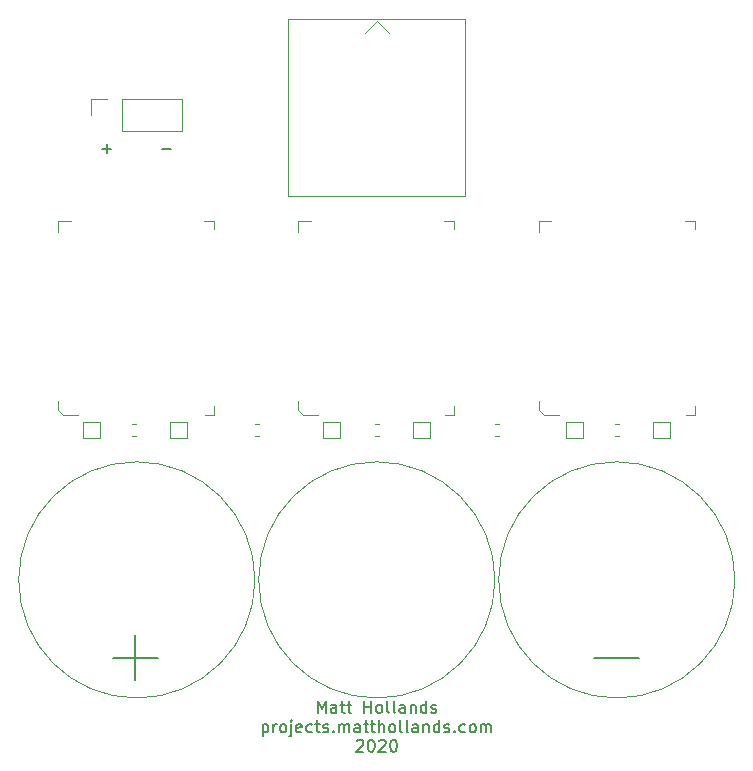
<source format=gbr>
G04 #@! TF.GenerationSoftware,KiCad,Pcbnew,(5.1.5-0-10_14)*
G04 #@! TF.CreationDate,2020-03-13T23:12:58-07:00*
G04 #@! TF.ProjectId,SigGenAdapter,53696747-656e-4416-9461-707465722e6b,rev?*
G04 #@! TF.SameCoordinates,Original*
G04 #@! TF.FileFunction,Legend,Top*
G04 #@! TF.FilePolarity,Positive*
%FSLAX46Y46*%
G04 Gerber Fmt 4.6, Leading zero omitted, Abs format (unit mm)*
G04 Created by KiCad (PCBNEW (5.1.5-0-10_14)) date 2020-03-13 23:12:58*
%MOMM*%
%LPD*%
G04 APERTURE LIST*
%ADD10C,0.150000*%
%ADD11C,0.120000*%
%ADD12C,0.100000*%
G04 APERTURE END LIST*
D10*
X92282000Y-113102380D02*
X92282000Y-112102380D01*
X92615333Y-112816666D01*
X92948666Y-112102380D01*
X92948666Y-113102380D01*
X93853428Y-113102380D02*
X93853428Y-112578571D01*
X93805809Y-112483333D01*
X93710571Y-112435714D01*
X93520095Y-112435714D01*
X93424857Y-112483333D01*
X93853428Y-113054761D02*
X93758190Y-113102380D01*
X93520095Y-113102380D01*
X93424857Y-113054761D01*
X93377238Y-112959523D01*
X93377238Y-112864285D01*
X93424857Y-112769047D01*
X93520095Y-112721428D01*
X93758190Y-112721428D01*
X93853428Y-112673809D01*
X94186761Y-112435714D02*
X94567714Y-112435714D01*
X94329619Y-112102380D02*
X94329619Y-112959523D01*
X94377238Y-113054761D01*
X94472476Y-113102380D01*
X94567714Y-113102380D01*
X94758190Y-112435714D02*
X95139142Y-112435714D01*
X94901047Y-112102380D02*
X94901047Y-112959523D01*
X94948666Y-113054761D01*
X95043904Y-113102380D01*
X95139142Y-113102380D01*
X96234380Y-113102380D02*
X96234380Y-112102380D01*
X96234380Y-112578571D02*
X96805809Y-112578571D01*
X96805809Y-113102380D02*
X96805809Y-112102380D01*
X97424857Y-113102380D02*
X97329619Y-113054761D01*
X97282000Y-113007142D01*
X97234380Y-112911904D01*
X97234380Y-112626190D01*
X97282000Y-112530952D01*
X97329619Y-112483333D01*
X97424857Y-112435714D01*
X97567714Y-112435714D01*
X97662952Y-112483333D01*
X97710571Y-112530952D01*
X97758190Y-112626190D01*
X97758190Y-112911904D01*
X97710571Y-113007142D01*
X97662952Y-113054761D01*
X97567714Y-113102380D01*
X97424857Y-113102380D01*
X98329619Y-113102380D02*
X98234380Y-113054761D01*
X98186761Y-112959523D01*
X98186761Y-112102380D01*
X98853428Y-113102380D02*
X98758190Y-113054761D01*
X98710571Y-112959523D01*
X98710571Y-112102380D01*
X99662952Y-113102380D02*
X99662952Y-112578571D01*
X99615333Y-112483333D01*
X99520095Y-112435714D01*
X99329619Y-112435714D01*
X99234380Y-112483333D01*
X99662952Y-113054761D02*
X99567714Y-113102380D01*
X99329619Y-113102380D01*
X99234380Y-113054761D01*
X99186761Y-112959523D01*
X99186761Y-112864285D01*
X99234380Y-112769047D01*
X99329619Y-112721428D01*
X99567714Y-112721428D01*
X99662952Y-112673809D01*
X100139142Y-112435714D02*
X100139142Y-113102380D01*
X100139142Y-112530952D02*
X100186761Y-112483333D01*
X100282000Y-112435714D01*
X100424857Y-112435714D01*
X100520095Y-112483333D01*
X100567714Y-112578571D01*
X100567714Y-113102380D01*
X101472476Y-113102380D02*
X101472476Y-112102380D01*
X101472476Y-113054761D02*
X101377238Y-113102380D01*
X101186761Y-113102380D01*
X101091523Y-113054761D01*
X101043904Y-113007142D01*
X100996285Y-112911904D01*
X100996285Y-112626190D01*
X101043904Y-112530952D01*
X101091523Y-112483333D01*
X101186761Y-112435714D01*
X101377238Y-112435714D01*
X101472476Y-112483333D01*
X101901047Y-113054761D02*
X101996285Y-113102380D01*
X102186761Y-113102380D01*
X102282000Y-113054761D01*
X102329619Y-112959523D01*
X102329619Y-112911904D01*
X102282000Y-112816666D01*
X102186761Y-112769047D01*
X102043904Y-112769047D01*
X101948666Y-112721428D01*
X101901047Y-112626190D01*
X101901047Y-112578571D01*
X101948666Y-112483333D01*
X102043904Y-112435714D01*
X102186761Y-112435714D01*
X102282000Y-112483333D01*
X87615333Y-114085714D02*
X87615333Y-115085714D01*
X87615333Y-114133333D02*
X87710571Y-114085714D01*
X87901047Y-114085714D01*
X87996285Y-114133333D01*
X88043904Y-114180952D01*
X88091523Y-114276190D01*
X88091523Y-114561904D01*
X88043904Y-114657142D01*
X87996285Y-114704761D01*
X87901047Y-114752380D01*
X87710571Y-114752380D01*
X87615333Y-114704761D01*
X88520095Y-114752380D02*
X88520095Y-114085714D01*
X88520095Y-114276190D02*
X88567714Y-114180952D01*
X88615333Y-114133333D01*
X88710571Y-114085714D01*
X88805809Y-114085714D01*
X89282000Y-114752380D02*
X89186761Y-114704761D01*
X89139142Y-114657142D01*
X89091523Y-114561904D01*
X89091523Y-114276190D01*
X89139142Y-114180952D01*
X89186761Y-114133333D01*
X89282000Y-114085714D01*
X89424857Y-114085714D01*
X89520095Y-114133333D01*
X89567714Y-114180952D01*
X89615333Y-114276190D01*
X89615333Y-114561904D01*
X89567714Y-114657142D01*
X89520095Y-114704761D01*
X89424857Y-114752380D01*
X89282000Y-114752380D01*
X90043904Y-114085714D02*
X90043904Y-114942857D01*
X89996285Y-115038095D01*
X89901047Y-115085714D01*
X89853428Y-115085714D01*
X90043904Y-113752380D02*
X89996285Y-113800000D01*
X90043904Y-113847619D01*
X90091523Y-113800000D01*
X90043904Y-113752380D01*
X90043904Y-113847619D01*
X90901047Y-114704761D02*
X90805809Y-114752380D01*
X90615333Y-114752380D01*
X90520095Y-114704761D01*
X90472476Y-114609523D01*
X90472476Y-114228571D01*
X90520095Y-114133333D01*
X90615333Y-114085714D01*
X90805809Y-114085714D01*
X90901047Y-114133333D01*
X90948666Y-114228571D01*
X90948666Y-114323809D01*
X90472476Y-114419047D01*
X91805809Y-114704761D02*
X91710571Y-114752380D01*
X91520095Y-114752380D01*
X91424857Y-114704761D01*
X91377238Y-114657142D01*
X91329619Y-114561904D01*
X91329619Y-114276190D01*
X91377238Y-114180952D01*
X91424857Y-114133333D01*
X91520095Y-114085714D01*
X91710571Y-114085714D01*
X91805809Y-114133333D01*
X92091523Y-114085714D02*
X92472476Y-114085714D01*
X92234380Y-113752380D02*
X92234380Y-114609523D01*
X92282000Y-114704761D01*
X92377238Y-114752380D01*
X92472476Y-114752380D01*
X92758190Y-114704761D02*
X92853428Y-114752380D01*
X93043904Y-114752380D01*
X93139142Y-114704761D01*
X93186761Y-114609523D01*
X93186761Y-114561904D01*
X93139142Y-114466666D01*
X93043904Y-114419047D01*
X92901047Y-114419047D01*
X92805809Y-114371428D01*
X92758190Y-114276190D01*
X92758190Y-114228571D01*
X92805809Y-114133333D01*
X92901047Y-114085714D01*
X93043904Y-114085714D01*
X93139142Y-114133333D01*
X93615333Y-114657142D02*
X93662952Y-114704761D01*
X93615333Y-114752380D01*
X93567714Y-114704761D01*
X93615333Y-114657142D01*
X93615333Y-114752380D01*
X94091523Y-114752380D02*
X94091523Y-114085714D01*
X94091523Y-114180952D02*
X94139142Y-114133333D01*
X94234380Y-114085714D01*
X94377238Y-114085714D01*
X94472476Y-114133333D01*
X94520095Y-114228571D01*
X94520095Y-114752380D01*
X94520095Y-114228571D02*
X94567714Y-114133333D01*
X94662952Y-114085714D01*
X94805809Y-114085714D01*
X94901047Y-114133333D01*
X94948666Y-114228571D01*
X94948666Y-114752380D01*
X95853428Y-114752380D02*
X95853428Y-114228571D01*
X95805809Y-114133333D01*
X95710571Y-114085714D01*
X95520095Y-114085714D01*
X95424857Y-114133333D01*
X95853428Y-114704761D02*
X95758190Y-114752380D01*
X95520095Y-114752380D01*
X95424857Y-114704761D01*
X95377238Y-114609523D01*
X95377238Y-114514285D01*
X95424857Y-114419047D01*
X95520095Y-114371428D01*
X95758190Y-114371428D01*
X95853428Y-114323809D01*
X96186761Y-114085714D02*
X96567714Y-114085714D01*
X96329619Y-113752380D02*
X96329619Y-114609523D01*
X96377238Y-114704761D01*
X96472476Y-114752380D01*
X96567714Y-114752380D01*
X96758190Y-114085714D02*
X97139142Y-114085714D01*
X96901047Y-113752380D02*
X96901047Y-114609523D01*
X96948666Y-114704761D01*
X97043904Y-114752380D01*
X97139142Y-114752380D01*
X97472476Y-114752380D02*
X97472476Y-113752380D01*
X97901047Y-114752380D02*
X97901047Y-114228571D01*
X97853428Y-114133333D01*
X97758190Y-114085714D01*
X97615333Y-114085714D01*
X97520095Y-114133333D01*
X97472476Y-114180952D01*
X98520095Y-114752380D02*
X98424857Y-114704761D01*
X98377238Y-114657142D01*
X98329619Y-114561904D01*
X98329619Y-114276190D01*
X98377238Y-114180952D01*
X98424857Y-114133333D01*
X98520095Y-114085714D01*
X98662952Y-114085714D01*
X98758190Y-114133333D01*
X98805809Y-114180952D01*
X98853428Y-114276190D01*
X98853428Y-114561904D01*
X98805809Y-114657142D01*
X98758190Y-114704761D01*
X98662952Y-114752380D01*
X98520095Y-114752380D01*
X99424857Y-114752380D02*
X99329619Y-114704761D01*
X99282000Y-114609523D01*
X99282000Y-113752380D01*
X99948666Y-114752380D02*
X99853428Y-114704761D01*
X99805809Y-114609523D01*
X99805809Y-113752380D01*
X100758190Y-114752380D02*
X100758190Y-114228571D01*
X100710571Y-114133333D01*
X100615333Y-114085714D01*
X100424857Y-114085714D01*
X100329619Y-114133333D01*
X100758190Y-114704761D02*
X100662952Y-114752380D01*
X100424857Y-114752380D01*
X100329619Y-114704761D01*
X100282000Y-114609523D01*
X100282000Y-114514285D01*
X100329619Y-114419047D01*
X100424857Y-114371428D01*
X100662952Y-114371428D01*
X100758190Y-114323809D01*
X101234380Y-114085714D02*
X101234380Y-114752380D01*
X101234380Y-114180952D02*
X101282000Y-114133333D01*
X101377238Y-114085714D01*
X101520095Y-114085714D01*
X101615333Y-114133333D01*
X101662952Y-114228571D01*
X101662952Y-114752380D01*
X102567714Y-114752380D02*
X102567714Y-113752380D01*
X102567714Y-114704761D02*
X102472476Y-114752380D01*
X102282000Y-114752380D01*
X102186761Y-114704761D01*
X102139142Y-114657142D01*
X102091523Y-114561904D01*
X102091523Y-114276190D01*
X102139142Y-114180952D01*
X102186761Y-114133333D01*
X102282000Y-114085714D01*
X102472476Y-114085714D01*
X102567714Y-114133333D01*
X102996285Y-114704761D02*
X103091523Y-114752380D01*
X103282000Y-114752380D01*
X103377238Y-114704761D01*
X103424857Y-114609523D01*
X103424857Y-114561904D01*
X103377238Y-114466666D01*
X103282000Y-114419047D01*
X103139142Y-114419047D01*
X103043904Y-114371428D01*
X102996285Y-114276190D01*
X102996285Y-114228571D01*
X103043904Y-114133333D01*
X103139142Y-114085714D01*
X103282000Y-114085714D01*
X103377238Y-114133333D01*
X103853428Y-114657142D02*
X103901047Y-114704761D01*
X103853428Y-114752380D01*
X103805809Y-114704761D01*
X103853428Y-114657142D01*
X103853428Y-114752380D01*
X104758190Y-114704761D02*
X104662952Y-114752380D01*
X104472476Y-114752380D01*
X104377238Y-114704761D01*
X104329619Y-114657142D01*
X104282000Y-114561904D01*
X104282000Y-114276190D01*
X104329619Y-114180952D01*
X104377238Y-114133333D01*
X104472476Y-114085714D01*
X104662952Y-114085714D01*
X104758190Y-114133333D01*
X105329619Y-114752380D02*
X105234380Y-114704761D01*
X105186761Y-114657142D01*
X105139142Y-114561904D01*
X105139142Y-114276190D01*
X105186761Y-114180952D01*
X105234380Y-114133333D01*
X105329619Y-114085714D01*
X105472476Y-114085714D01*
X105567714Y-114133333D01*
X105615333Y-114180952D01*
X105662952Y-114276190D01*
X105662952Y-114561904D01*
X105615333Y-114657142D01*
X105567714Y-114704761D01*
X105472476Y-114752380D01*
X105329619Y-114752380D01*
X106091523Y-114752380D02*
X106091523Y-114085714D01*
X106091523Y-114180952D02*
X106139142Y-114133333D01*
X106234380Y-114085714D01*
X106377238Y-114085714D01*
X106472476Y-114133333D01*
X106520095Y-114228571D01*
X106520095Y-114752380D01*
X106520095Y-114228571D02*
X106567714Y-114133333D01*
X106662952Y-114085714D01*
X106805809Y-114085714D01*
X106901047Y-114133333D01*
X106948666Y-114228571D01*
X106948666Y-114752380D01*
X95567714Y-115497619D02*
X95615333Y-115450000D01*
X95710571Y-115402380D01*
X95948666Y-115402380D01*
X96043904Y-115450000D01*
X96091523Y-115497619D01*
X96139142Y-115592857D01*
X96139142Y-115688095D01*
X96091523Y-115830952D01*
X95520095Y-116402380D01*
X96139142Y-116402380D01*
X96758190Y-115402380D02*
X96853428Y-115402380D01*
X96948666Y-115450000D01*
X96996285Y-115497619D01*
X97043904Y-115592857D01*
X97091523Y-115783333D01*
X97091523Y-116021428D01*
X97043904Y-116211904D01*
X96996285Y-116307142D01*
X96948666Y-116354761D01*
X96853428Y-116402380D01*
X96758190Y-116402380D01*
X96662952Y-116354761D01*
X96615333Y-116307142D01*
X96567714Y-116211904D01*
X96520095Y-116021428D01*
X96520095Y-115783333D01*
X96567714Y-115592857D01*
X96615333Y-115497619D01*
X96662952Y-115450000D01*
X96758190Y-115402380D01*
X97472476Y-115497619D02*
X97520095Y-115450000D01*
X97615333Y-115402380D01*
X97853428Y-115402380D01*
X97948666Y-115450000D01*
X97996285Y-115497619D01*
X98043904Y-115592857D01*
X98043904Y-115688095D01*
X97996285Y-115830952D01*
X97424857Y-116402380D01*
X98043904Y-116402380D01*
X98662952Y-115402380D02*
X98758190Y-115402380D01*
X98853428Y-115450000D01*
X98901047Y-115497619D01*
X98948666Y-115592857D01*
X98996285Y-115783333D01*
X98996285Y-116021428D01*
X98948666Y-116211904D01*
X98901047Y-116307142D01*
X98853428Y-116354761D01*
X98758190Y-116402380D01*
X98662952Y-116402380D01*
X98567714Y-116354761D01*
X98520095Y-116307142D01*
X98472476Y-116211904D01*
X98424857Y-116021428D01*
X98424857Y-115783333D01*
X98472476Y-115592857D01*
X98520095Y-115497619D01*
X98567714Y-115450000D01*
X98662952Y-115402380D01*
X79121047Y-65349428D02*
X79882952Y-65349428D01*
X74041047Y-65349428D02*
X74802952Y-65349428D01*
X74422000Y-65730380D02*
X74422000Y-64968476D01*
X115697238Y-108434142D02*
X119506761Y-108434142D01*
X74930238Y-108434142D02*
X78739761Y-108434142D01*
X76835000Y-110338904D02*
X76835000Y-106529380D01*
D11*
X127602000Y-101854000D02*
G75*
G03X127602000Y-101854000I-10000000J0D01*
G01*
X107282000Y-101854000D02*
G75*
G03X107282000Y-101854000I-10000000J0D01*
G01*
X86962000Y-101854000D02*
G75*
G03X86962000Y-101854000I-10000000J0D01*
G01*
X75692000Y-63814000D02*
X75692000Y-61154000D01*
X75692000Y-63814000D02*
X80832000Y-63814000D01*
X80832000Y-63814000D02*
X80832000Y-61154000D01*
X75692000Y-61154000D02*
X80832000Y-61154000D01*
X73092000Y-61154000D02*
X74422000Y-61154000D01*
X73092000Y-62484000D02*
X73092000Y-61154000D01*
X76870779Y-89664000D02*
X76545221Y-89664000D01*
X76870779Y-88644000D02*
X76545221Y-88644000D01*
X117764779Y-88644000D02*
X117439221Y-88644000D01*
X117764779Y-89664000D02*
X117439221Y-89664000D01*
X87284779Y-89664000D02*
X86959221Y-89664000D01*
X87284779Y-88644000D02*
X86959221Y-88644000D01*
X107604779Y-88644000D02*
X107279221Y-88644000D01*
X107604779Y-89664000D02*
X107279221Y-89664000D01*
X92772000Y-88454000D02*
X94172000Y-88454000D01*
X94172000Y-88454000D02*
X94172000Y-89854000D01*
X94172000Y-89854000D02*
X92772000Y-89854000D01*
X92772000Y-89854000D02*
X92772000Y-88454000D01*
X100392000Y-89854000D02*
X100392000Y-88454000D01*
X101792000Y-89854000D02*
X100392000Y-89854000D01*
X101792000Y-88454000D02*
X101792000Y-89854000D01*
X100392000Y-88454000D02*
X101792000Y-88454000D01*
X72452000Y-89854000D02*
X72452000Y-88454000D01*
X73852000Y-89854000D02*
X72452000Y-89854000D01*
X73852000Y-88454000D02*
X73852000Y-89854000D01*
X72452000Y-88454000D02*
X73852000Y-88454000D01*
X113346000Y-88454000D02*
X114746000Y-88454000D01*
X114746000Y-88454000D02*
X114746000Y-89854000D01*
X114746000Y-89854000D02*
X113346000Y-89854000D01*
X113346000Y-89854000D02*
X113346000Y-88454000D01*
X79818000Y-89854000D02*
X79818000Y-88454000D01*
X81218000Y-89854000D02*
X79818000Y-89854000D01*
X81218000Y-88454000D02*
X81218000Y-89854000D01*
X79818000Y-88454000D02*
X81218000Y-88454000D01*
X120712000Y-88454000D02*
X122112000Y-88454000D01*
X122112000Y-88454000D02*
X122112000Y-89854000D01*
X122112000Y-89854000D02*
X120712000Y-89854000D01*
X120712000Y-89854000D02*
X120712000Y-88454000D01*
D12*
X70277000Y-86681000D02*
X70277000Y-87456000D01*
X70277000Y-87456000D02*
X70702000Y-87906000D01*
X70702000Y-87906000D02*
X72002000Y-87906000D01*
X71352000Y-71456000D02*
X70277000Y-71456000D01*
X70277000Y-71456000D02*
X70277000Y-72356000D01*
X83527000Y-87131000D02*
X83527000Y-87906000D01*
X83527000Y-87906000D02*
X82777000Y-87906000D01*
X82677000Y-71456000D02*
X83527000Y-71456000D01*
X83527000Y-71456000D02*
X83527000Y-72106000D01*
X124227000Y-71456000D02*
X124227000Y-72106000D01*
X123377000Y-71456000D02*
X124227000Y-71456000D01*
X124227000Y-87906000D02*
X123477000Y-87906000D01*
X124227000Y-87131000D02*
X124227000Y-87906000D01*
X110977000Y-71456000D02*
X110977000Y-72356000D01*
X112052000Y-71456000D02*
X110977000Y-71456000D01*
X111402000Y-87906000D02*
X112702000Y-87906000D01*
X110977000Y-87456000D02*
X111402000Y-87906000D01*
X110977000Y-86681000D02*
X110977000Y-87456000D01*
X90597000Y-86681000D02*
X90597000Y-87456000D01*
X90597000Y-87456000D02*
X91022000Y-87906000D01*
X91022000Y-87906000D02*
X92322000Y-87906000D01*
X91672000Y-71456000D02*
X90597000Y-71456000D01*
X90597000Y-71456000D02*
X90597000Y-72356000D01*
X103847000Y-87131000D02*
X103847000Y-87906000D01*
X103847000Y-87906000D02*
X103097000Y-87906000D01*
X102997000Y-71456000D02*
X103847000Y-71456000D01*
X103847000Y-71456000D02*
X103847000Y-72106000D01*
D11*
X89782000Y-54356000D02*
X104782000Y-54356000D01*
X104782000Y-54356000D02*
X104782000Y-69356000D01*
X104782000Y-69356000D02*
X89782000Y-69356000D01*
X89782000Y-69356000D02*
X89782000Y-54356000D01*
X97282000Y-54556000D02*
X96282000Y-55556000D01*
X97282000Y-54556000D02*
X98282000Y-55556000D01*
X97444779Y-89664000D02*
X97119221Y-89664000D01*
X97444779Y-88644000D02*
X97119221Y-88644000D01*
M02*

</source>
